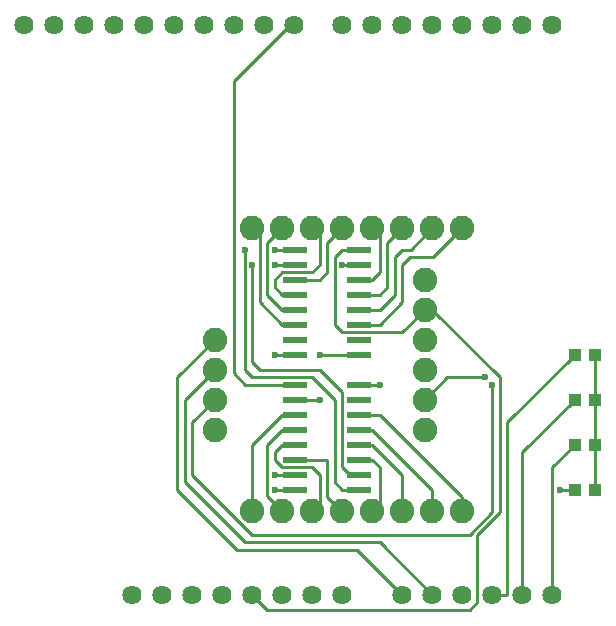
<source format=gtl>
G04 DipTrace 2.3.1.0*
%INminishiftjig_Top.gtl*%
%MOIN*%
%ADD13C,0.01*%
%ADD15C,0.064*%
%ADD16C,0.082*%
%ADD17R,0.0433X0.0394*%
%ADD18R,0.0787X0.0236*%
%ADD19C,0.0236*%
%FSLAX44Y44*%
G04*
G70*
G90*
G75*
G01*
%LNTop*%
%LPD*%
X10937Y13437D2*
D13*
X9687Y12187D1*
Y8437D1*
X11687Y6437D1*
X15687D1*
X17187Y4937D1*
X13624Y12937D2*
X12937D1*
X15750Y11937D2*
X16437D1*
X15750Y15937D2*
X15187D1*
X13624Y8937D2*
X12937D1*
X22937Y8437D2*
X22437D1*
X19937Y12187D2*
X18687D1*
X17937Y11437D1*
X10937D2*
X10187Y10687D1*
Y8937D1*
X12187Y6937D1*
X19437D1*
X20187Y7687D1*
Y11937D1*
X13624Y11437D2*
X14437D1*
Y12937D2*
X15750D1*
X13624Y10937D2*
X13187D1*
X12187Y9937D1*
Y7713D1*
X13624Y10437D2*
X13187D1*
X12687Y9937D1*
Y8213D1*
X13187Y7713D1*
X13624Y9937D2*
X13187D1*
X12937Y9687D1*
Y9437D1*
X13187Y9187D1*
X14187D1*
X14437Y8937D1*
Y7963D1*
X14187Y7713D1*
X13624Y9437D2*
X14687D1*
Y8187D1*
X15161Y7713D1*
X15187D1*
X15750Y9437D2*
X16187D1*
X16437Y9187D1*
Y7963D1*
X16187Y7713D1*
X15750Y9937D2*
X16187D1*
X17187Y8937D1*
Y7713D1*
X15750Y10437D2*
X16187D1*
X18187Y8437D1*
Y7713D1*
X15750Y10937D2*
X16437D1*
X19187Y8187D1*
Y7713D1*
X15750Y13937D2*
X16437D1*
X17187Y14687D1*
Y15937D1*
X17437Y16187D1*
X18213D1*
X19187Y17161D1*
X15750Y14437D2*
X16437D1*
X16937Y14937D1*
Y16187D1*
X17187Y16437D1*
X17463D1*
X18187Y17161D1*
X15750Y14937D2*
X16437D1*
X16687Y15187D1*
Y16661D1*
X17187Y17161D1*
X15750Y15437D2*
X16187D1*
X16437Y15687D1*
Y16911D1*
X16187Y17161D1*
X13624Y15437D2*
X14437D1*
X14687Y15687D1*
Y16661D1*
X15187Y17161D1*
X13624Y14937D2*
X13187D1*
X12937Y15187D1*
Y15437D1*
X13187Y15687D1*
X14187D1*
X14437Y15937D1*
Y16911D1*
X14187Y17161D1*
X13624Y14437D2*
X13187D1*
X12687Y14937D1*
Y16661D1*
X13187Y17161D1*
X13624Y13937D2*
X13187D1*
X12437Y14687D1*
Y17161D1*
X12187D1*
X22187Y4937D2*
Y9187D1*
X22937Y9937D1*
X21187Y4937D2*
Y9687D1*
X22937Y11437D1*
X20187Y4937D2*
X20687D1*
Y10687D1*
X22937Y12937D1*
X23606D2*
Y11437D1*
Y9937D1*
Y8437D1*
X10937Y12437D2*
X9937Y11437D1*
Y8687D1*
X11937Y6687D1*
X16437D1*
X18187Y4937D1*
X13624Y15937D2*
X12937D1*
X15750Y8937D2*
X15437D1*
X15187Y9187D1*
Y11687D1*
X14437Y12437D1*
X12437D1*
X12187Y12687D1*
Y15937D1*
X13587Y23937D2*
X13437D1*
X11562Y22062D1*
Y12312D1*
X11937Y11937D1*
X13624D1*
Y16437D2*
X12937D1*
X15750Y8437D2*
X15187D1*
X14937Y8687D1*
Y11437D1*
X14187Y12187D1*
X12187D1*
X11937Y12437D1*
Y16437D1*
X15750D2*
X15187D1*
X14937Y16187D1*
Y13937D1*
X15187Y13687D1*
X17187D1*
X17937Y14437D1*
X18187D1*
X20437Y12187D1*
Y7687D1*
X19687Y6937D1*
Y4687D1*
X19437Y4437D1*
X12687D1*
X12187Y4937D1*
X13624Y8437D2*
X12937D1*
D19*
Y12937D3*
X16437Y11937D3*
X15187Y15937D3*
X12937Y8937D3*
X22437Y8437D3*
X19937Y12187D3*
X20187Y11937D3*
X14437Y11437D3*
Y12937D3*
X12937Y15937D3*
X12187D3*
X12937Y16437D3*
X11937D3*
X12937Y8437D3*
D15*
X8187Y4937D3*
X9187D3*
X10187D3*
X11187D3*
X12187D3*
X13187D3*
X14187D3*
X15187D3*
X17187D3*
X18187D3*
X19187D3*
X20187D3*
X21187D3*
X22187D3*
Y23937D3*
X21187D3*
X20187D3*
X19187D3*
X18187D3*
X17187D3*
X16187D3*
X15187D3*
X13587D3*
X12587D3*
X11587D3*
X10587D3*
X9587D3*
X8587D3*
X7587D3*
X6587D3*
X5587D3*
X4587D3*
D16*
X12187Y7713D3*
X13187D3*
X14187D3*
X15187D3*
X16187D3*
X17187D3*
X18187D3*
X19187D3*
Y17161D3*
X18187D3*
X17187D3*
X16187D3*
X15187D3*
X14187D3*
X13187D3*
X12187D3*
X17937Y14437D3*
Y13437D3*
D17*
X22937Y9937D3*
X23606D3*
X22937Y11437D3*
X23606D3*
X22937Y12937D3*
X23606D3*
X22937Y8437D3*
X23606D3*
D16*
X17937Y15437D3*
X10937Y10437D3*
X17937D3*
Y12437D3*
X10937Y13437D3*
Y12437D3*
X17937Y11437D3*
X10937D3*
D18*
X15750Y8437D3*
Y8937D3*
Y9437D3*
Y9937D3*
Y10437D3*
Y10937D3*
Y11437D3*
Y11937D3*
X13624D3*
Y11437D3*
Y10937D3*
Y10437D3*
Y9937D3*
Y9437D3*
Y8937D3*
Y8437D3*
Y16437D3*
Y15937D3*
Y15437D3*
Y14937D3*
Y14437D3*
Y13937D3*
Y13437D3*
Y12937D3*
X15750D3*
Y13437D3*
Y13937D3*
Y14437D3*
Y14937D3*
Y15437D3*
Y15937D3*
Y16437D3*
M02*

</source>
